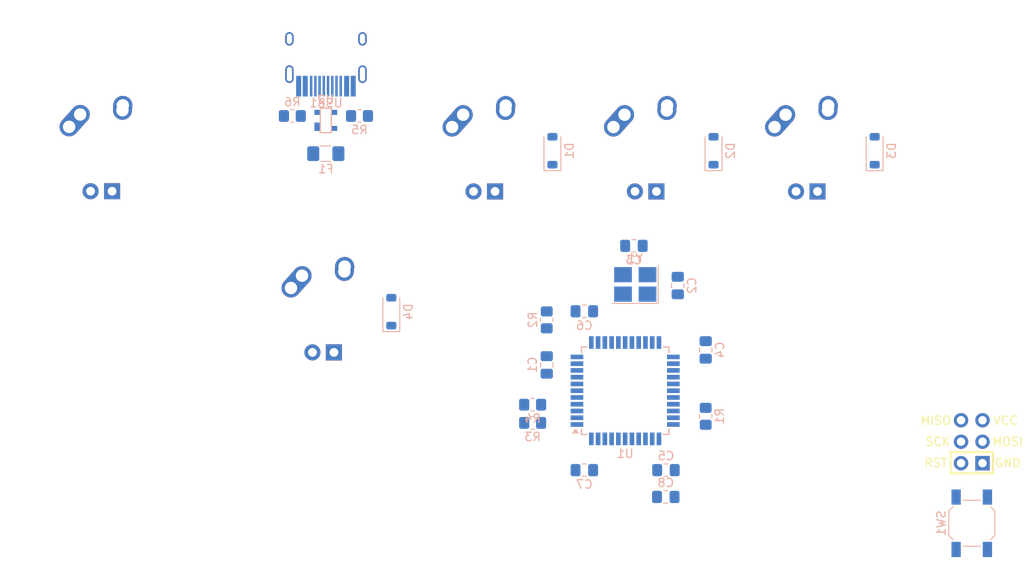
<source format=kicad_pcb>
(kicad_pcb (version 20241229) (generator "pcbnew") (generator_version "9.0")
  (title_block (date "2025-03-22") (rev "0") (company "BitBlitz SAC"))
  (layers (0 "F.Cu" signal) (2 "B.Cu" signal) (13 "F.Paste" user) (15 "B.Paste" user) (5 "F.SilkS" user "F.Silkscreen") (7 "B.SilkS" user "B.Silkscreen") (1 "F.Mask" user) (3 "B.Mask" user) (25 "Edge.Cuts" user))
  (net 0 "")
  (net 1 "Net-(U1-UCAP)")
  (net 2 "GND")
  (net 3 "XTAL1")
  (net 4 "XTAL2")
  (net 5 "+5V")
  (net 6 "Net-(D1-A)")
  (net 7 "ROW0")
  (net 8 "Net-(D2-A)")
  (net 9 "Net-(D3-A)")
  (net 10 "ROW1")
  (net 11 "Net-(D4-A)")
  (net 12 "VCC")
  (net 13 "MOSI")
  (net 14 "RESET")
  (net 15 "MISO")
  (net 16 "SCK")
  (net 17 "COL0")
  (net 18 "COL1")
  (net 19 "COL2")
  (net 24 "Net-(U1-~{HWB}{slash}PE2)")
  (net 25 "Net-(U2-IO2)")
  (net 26 "D-")
  (net 27 "Net-(U2-IO1)")
  (net 28 "D+")
  (net 29 "Net-(USB1-CC2)")
  (net 30 "Net-(USB1-CC1)")
  (footprint "random-keyboard-parts:Reset_Pretty-Mask" (layer "F.Cu") (at 211.891 129.465)
    (property "Reference" "J1")
    (property "Value" "AVR-ISP-6")
    (fp_line (start -2.5 1.25) (end 2.5 1.25) (stroke (width 0.25)) (layer "F.SilkS"))
    (fp_line (start -2.5 3.75) (end -2.5 1.25) (stroke (width 0.25)) (layer "F.SilkS"))
    (fp_line (start 2.5 1.25) (end 2.5 3.75) (stroke (width 0.25)) (layer "F.SilkS"))
    (fp_line (start 2.5 3.75) (end -2.5 3.75) (stroke (width 0.25)) (layer "F.SilkS"))
    (fp_text user "VCC" (at 4 -2.5 0) (layer "F.SilkS"))
    (fp_text user "GND" (at 4.25 2.5 0) (layer "F.SilkS"))
    (fp_text user "MOSI" (at 4.25 0 0) (layer "F.SilkS"))
    (fp_text user "RST" (at -4.25 2.5 0) (layer "F.SilkS"))
    (fp_text user "MISO" (at -4.25 -2.5 0) (layer "F.SilkS"))
    (fp_text user "SCK" (at -4 0 0) (layer "F.SilkS"))
    (pad "1" thru_hole circle (at -1.27 -2.54) (size 1.7 1.7) (drill 1) (layers "*.Cu" "F.Mask") (net 15 "MISO"))
    (pad "2" thru_hole circle (at 1.27 -2.54) (size 1.7 1.7) (drill 1) (layers "*.Cu" "F.Mask") (net 5 "+5V"))
    (pad "3" thru_hole circle (at -1.27 0) (size 1.7 1.7) (drill 1) (layers "*.Cu" "F.Mask") (net 16 "SCK"))
    (pad "4" thru_hole circle (at 1.27 0) (size 1.7 1.7) (drill 1) (layers "*.Cu" "F.Mask") (net 13 "MOSI"))
    (pad "5" thru_hole circle (at -1.27 2.54) (size 1.7 1.7) (drill 1) (layers "*.Cu" "F.Mask") (net 14 "RESET"))
    (pad "6" thru_hole rect (at 1.27 2.54) (size 1.7 1.7) (drill 1) (layers "*.Cu" "F.Mask") (net 2 "GND"))
  )
  (footprint "MX_Alps_Hybrid:MX-1.5U" (layer "F.Cu") (at 135.19975 113.81525)
    (property "Reference" "MX4")
    (property "Value" "MX-NoLED")
    (pad "" np_thru_hole circle (at -5.08 0 48.0996) (size 1.75 1.75) (drill 1.75) (layers "*.Cu" "*.Mask"))
    (pad "" np_thru_hole circle (at 0 0) (size 3.9878 3.9878) (drill 3.9878) (layers "*.Cu" "*.Mask"))
    (pad "" np_thru_hole circle (at 5.08 0 48.0996) (size 1.75 1.75) (drill 1.75) (layers "*.Cu" "*.Mask"))
    (pad "1" thru_hole oval (at -3.81 -2.54 48.0996) (size 4.211556 2.25) (drill 1.47 (offset 0.980778 0)) (layers "*.Cu" "B.Mask") (net 17 "COL0"))
    (pad "1" thru_hole circle (at -2.5 -4) (size 2.25 2.25) (drill 1.47) (layers "*.Cu" "B.Mask") (net 17 "COL0"))
    (pad "2" thru_hole oval (at 2.5 -4.5 86.0548) (size 2.831378 2.25) (drill 1.47 (offset 0.290689 0)) (layers "*.Cu" "B.Mask") (net 11 "Net-(D4-A)"))
    (pad "2" thru_hole circle (at 2.54 -5.08) (size 2.25 2.25) (drill 1.47) (layers "*.Cu" "B.Mask") (net 11 "Net-(D4-A)"))
    (pad "3" thru_hole circle (at -1.27 5.08) (size 1.905 1.905) (drill 1.04) (layers "*.Cu" "B.Mask"))
    (pad "4" thru_hole rect (at 1.27 5.08) (size 1.905 1.905) (drill 1.04) (layers "*.Cu" "B.Mask"))
  )
  (footprint "MX_Alps_Hybrid:MX-1U" (layer "F.Cu") (at 173.3315 94.76525)
    (property "Reference" "MX2")
    (property "Value" "MX-NoLED")
    (pad "" np_thru_hole circle (at -5.08 0 48.0996) (size 1.75 1.75) (drill 1.75) (layers "*.Cu" "*.Mask"))
    (pad "" np_thru_hole circle (at 0 0) (size 3.9878 3.9878) (drill 3.9878) (layers "*.Cu" "*.Mask"))
    (pad "" np_thru_hole circle (at 5.08 0 48.0996) (size 1.75 1.75) (drill 1.75) (layers "*.Cu" "*.Mask"))
    (pad "1" thru_hole oval (at -3.81 -2.54 48.0996) (size 4.211556 2.25) (drill 1.47 (offset 0.980778 0)) (layers "*.Cu" "B.Mask") (net 18 "COL1"))
    (pad "1" thru_hole circle (at -2.5 -4) (size 2.25 2.25) (drill 1.47) (layers "*.Cu" "B.Mask") (net 18 "COL1"))
    (pad "2" thru_hole oval (at 2.5 -4.5 86.0548) (size 2.831378 2.25) (drill 1.47 (offset 0.290689 0)) (layers "*.Cu" "B.Mask") (net 8 "Net-(D2-A)"))
    (pad "2" thru_hole circle (at 2.54 -5.08) (size 2.25 2.25) (drill 1.47) (layers "*.Cu" "B.Mask") (net 8 "Net-(D2-A)"))
    (pad "3" thru_hole circle (at -1.27 5.08) (size 1.905 1.905) (drill 1.04) (layers "*.Cu" "B.Mask"))
    (pad "4" thru_hole rect (at 1.27 5.08) (size 1.905 1.905) (drill 1.04) (layers "*.Cu" "B.Mask"))
  )
  (footprint "MX_Alps_Hybrid:MX-1.25U" (layer "F.Cu") (at 108.966 94.742)
    (property "Reference" "MX5")
    (property "Value" "MX-NoLED")
    (pad "" np_thru_hole circle (at -5.08 0 48.0996) (size 1.75 1.75) (drill 1.75) (layers "*.Cu" "*.Mask"))
    (pad "" np_thru_hole circle (at 0 0) (size 3.9878 3.9878) (drill 3.9878) (layers "*.Cu" "*.Mask"))
    (pad "" np_thru_hole circle (at 5.08 0 48.0996) (size 1.75 1.75) (drill 1.75) (layers "*.Cu" "*.Mask"))
    (pad "1" thru_hole oval (at -3.81 -2.54 48.0996) (size 4.211556 2.25) (drill 1.47 (offset 0.980778 0)) (layers "*.Cu" "B.Mask"))
    (pad "1" thru_hole circle (at -2.5 -4) (size 2.25 2.25) (drill 1.47) (layers "*.Cu" "B.Mask"))
    (pad "2" thru_hole oval (at 2.5 -4.5 86.0548) (size 2.831378 2.25) (drill 1.47 (offset 0.290689 0)) (layers "*.Cu" "B.Mask"))
    (pad "2" thru_hole circle (at 2.54 -5.08) (size 2.25 2.25) (drill 1.47) (layers "*.Cu" "B.Mask"))
    (pad "3" thru_hole circle (at -1.27 5.08) (size 1.905 1.905) (drill 1.04) (layers "*.Cu" "B.Mask"))
    (pad "4" thru_hole rect (at 1.27 5.08) (size 1.905 1.905) (drill 1.04) (layers "*.Cu" "B.Mask"))
  )
  (footprint "MX_Alps_Hybrid:MX-1U" (layer "F.Cu") (at 154.24975 94.76525)
    (property "Reference" "MX1")
    (property "Value" "MX-NoLED")
    (pad "" np_thru_hole circle (at -5.08 0 48.0996) (size 1.75 1.75) (drill 1.75) (layers "*.Cu" "*.Mask"))
    (pad "" np_thru_hole circle (at 0 0) (size 3.9878 3.9878) (drill 3.9878) (layers "*.Cu" "*.Mask"))
    (pad "" np_thru_hole circle (at 5.08 0 48.0996) (size 1.75 1.75) (drill 1.75) (layers "*.Cu" "*.Mask"))
    (pad "1" thru_hole oval (at -3.81 -2.54 48.0996) (size 4.211556 2.25) (drill 1.47 (offset 0.980778 0)) (layers "*.Cu" "B.Mask") (net 17 "COL0"))
    (pad "1" thru_hole circle (at -2.5 -4) (size 2.25 2.25) (drill 1.47) (layers "*.Cu" "B.Mask") (net 17 "COL0"))
    (pad "2" thru_hole oval (at 2.5 -4.5 86.0548) (size 2.831378 2.25) (drill 1.47 (offset 0.290689 0)) (layers "*.Cu" "B.Mask") (net 6 "Net-(D1-A)"))
    (pad "2" thru_hole circle (at 2.54 -5.08) (size 2.25 2.25) (drill 1.47) (layers "*.Cu" "B.Mask") (net 6 "Net-(D1-A)"))
    (pad "3" thru_hole circle (at -1.27 5.08) (size 1.905 1.905) (drill 1.04) (layers "*.Cu" "B.Mask"))
    (pad "4" thru_hole rect (at 1.27 5.08) (size 1.905 1.905) (drill 1.04) (layers "*.Cu" "B.Mask"))
  )
  (footprint "MX_Alps_Hybrid:MX-1U" (layer "F.Cu") (at 192.3815 94.76525)
    (property "Reference" "MX3")
    (property "Value" "MX-NoLED")
    (pad "" np_thru_hole circle (at -5.08 0 48.0996) (size 1.75 1.75) (drill 1.75) (layers "*.Cu" "*.Mask"))
    (pad "" np_thru_hole circle (at 0 0) (size 3.9878 3.9878) (drill 3.9878) (layers "*.Cu" "*.Mask"))
    (pad "" np_thru_hole circle (at 5.08 0 48.0996) (size 1.75 1.75) (drill 1.75) (layers "*.Cu" "*.Mask"))
    (pad "1" thru_hole oval (at -3.81 -2.54 48.0996) (size 4.211556 2.25) (drill 1.47 (offset 0.980778 0)) (layers "*.Cu" "B.Mask") (net 19 "COL2"))
    (pad "1" thru_hole circle (at -2.5 -4) (size 2.25 2.25) (drill 1.47) (layers "*.Cu" "B.Mask") (net 19 "COL2"))
    (pad "2" thru_hole oval (at 2.5 -4.5 86.0548) (size 2.831378 2.25) (drill 1.47 (offset 0.290689 0)) (layers "*.Cu" "B.Mask") (net 9 "Net-(D3-A)"))
    (pad "2" thru_hole circle (at 2.54 -5.08) (size 2.25 2.25) (drill 1.47) (layers "*.Cu" "B.Mask") (net 9 "Net-(D3-A)"))
    (pad "3" thru_hole circle (at -1.27 5.08) (size 1.905 1.905) (drill 1.04) (layers "*.Cu" "B.Mask"))
    (pad "4" thru_hole rect (at 1.27 5.08) (size 1.905 1.905) (drill 1.04) (layers "*.Cu" "B.Mask"))
  )
  (footprint "Diode_SMD:D_SOD-123" (layer "B.Cu") (at 143.256 114.07775 90)
    (property "Reference" "D4" (at 0 2 90) (layer "B.SilkS") (effects (justify mirror)))
    (property "Value" "D_Small")
    (fp_line (start -2.36 -1) (end 1.65 -1) (stroke (width 0.12)) (layer "B.SilkS"))
    (fp_line (start -2.36 1) (end -2.36 -1) (stroke (width 0.12)) (layer "B.SilkS"))
    (fp_line (start -2.36 1) (end 1.65 1) (stroke (width 0.12)) (layer "B.SilkS"))
    (pad "1" smd roundrect (at -1.65 0 90) (size 0.9 1.2) (layers "B.Cu" "B.Mask" "B.Paste") (net 10 "ROW1"))
    (pad "2" smd roundrect (at 1.65 0 90) (size 0.9 1.2) (layers "B.Cu" "B.Mask" "B.Paste") (net 11 "Net-(D4-A)"))
  )
  (footprint "Resistor_SMD:R_0805_2012Metric_Pad1.20x1.40mm_HandSolder" (layer "B.Cu") (at 161.633 115.047 -90)
    (property "Reference" "R2" (at 0 1.65 90) (layer "B.SilkS") (effects (justify mirror)))
    (property "Value" "10k")
    (fp_line (start -0.227064 0.735) (end 0.227064 0.735) (stroke (width 0.12)) (layer "B.SilkS"))
    (fp_line (start -0.227064 -0.735) (end 0.227064 -0.735) (stroke (width 0.12)) (layer "B.SilkS"))
    (pad "1" smd roundrect (at -1 0 270) (size 1.2 1.4) (layers "B.Cu" "B.Mask" "B.Paste") (roundrect_rratio 0.208333) (net 5 "+5V"))
    (pad "2" smd roundrect (at 1 0 270) (size 1.2 1.4) (layers "B.Cu" "B.Mask" "B.Paste") (roundrect_rratio 0.208333) (net 14 "RESET"))
  )
  (footprint "Button_Switch_SMD:SW_SPST_SKQG_WithStem" (layer "B.Cu") (at 211.891 139.117 -90)
    (property "Reference" "SW1" (at 0 3.6 90) (layer "B.SilkS") (effects (justify mirror)))
    (property "Value" "SW_Push_Dual")
    (fp_line (start -1.45 2.72) (end 1.45 2.72) (stroke (width 0.12)) (layer "B.SilkS"))
    (fp_line (start -1.45 2.72) (end -1.94 2.23) (stroke (width 0.12)) (layer "B.SilkS"))
    (fp_line (start 1.45 2.72) (end 1.94 2.23) (stroke (width 0.12)) (layer "B.SilkS"))
    (fp_line (start -2.72 -1.04) (end -2.72 1.04) (stroke (width 0.12)) (layer "B.SilkS"))
    (fp_line (start 2.72 -1.04) (end 2.72 1.04) (stroke (width 0.12)) (layer "B.SilkS"))
    (fp_line (start -1.45 -2.72) (end -1.94 -2.23) (stroke (width 0.12)) (layer "B.SilkS"))
    (fp_line (start -1.45 -2.72) (end 1.45 -2.72) (stroke (width 0.12)) (layer "B.SilkS"))
    (fp_line (start 1.45 -2.72) (end 1.94 -2.23) (stroke (width 0.12)) (layer "B.SilkS"))
    (pad "1" smd rect (at -3.1 1.85 270) (size 1.8 1.1) (layers "B.Cu" "B.Mask" "B.Paste") (net 14 "RESET"))
    (pad "1" smd rect (at 3.1 1.85 270) (size 1.8 1.1) (layers "B.Cu" "B.Mask" "B.Paste") (net 14 "RESET"))
    (pad "2" smd rect (at -3.1 -1.85 270) (size 1.8 1.1) (layers "B.Cu" "B.Mask" "B.Paste") (net 2 "GND"))
    (pad "2" smd rect (at 3.1 -1.85 270) (size 1.8 1.1) (layers "B.Cu" "B.Mask" "B.Paste") (net 2 "GND"))
  )
  (footprint "Type-C:HRO-TYPE-C-31-M-12-HandSoldering" (layer "B.Cu") (at 135.525 79.188)
    (property "Reference" "USB1" (at 0 10.2 0) (layer "B.SilkS") (effects (justify mirror)))
    (property "Value" "HRO-TYPE-C-31-M-12")
    (pad "" np_thru_hole circle (at -2.89 6.25) (size 0.65 0.65) (drill 0.65) (layers "*.Cu" "*.Mask"))
    (pad "" np_thru_hole circle (at 2.89 6.25) (size 0.65 0.65) (drill 0.65) (layers "*.Cu" "*.Mask"))
    (pad "1" smd rect (at -3.225 8.195) (size 0.6 2.45) (layers "B.Cu" "B.Mask" "B.Paste") (net 2 "GND"))
    (pad "2" smd rect (at -2.45 8.195) (size 0.6 2.45) (layers "B.Cu" "B.Mask" "B.Paste") (net 12 "VCC"))
    (pad "3" smd rect (at -1.75 8.195) (size 0.3 2.45) (layers "B.Cu" "B.Mask" "B.Paste"))
    (pad "4" smd rect (at -1.25 8.195) (size 0.3 2.45) (layers "B.Cu" "B.Mask" "B.Paste") (net 30 "Net-(USB1-CC1)"))
    (pad "5" smd rect (at -0.75 8.195) (size 0.3 2.45) (layers "B.Cu" "B.Mask" "B.Paste") (net 25 "Net-(U2-IO2)"))
    (pad "6" smd rect (at -0.25 8.195) (size 0.3 2.45) (layers "B.Cu" "B.Mask" "B.Paste") (net 27 "Net-(U2-IO1)"))
    (pad "7" smd rect (at 0.25 8.195) (size 0.3 2.45) (layers "B.Cu" "B.Mask" "B.Paste") (net 25 "Net-(U2-IO2)"))
    (pad "8" smd rect (at 0.75 8.195) (size 0.3 2.45) (layers "B.Cu" "B.Mask" "B.Paste") (net 27 "Net-(U2-IO1)"))
    (pad "9" smd rect (at 1.25 8.195) (size 0.3 2.45) (layers "B.Cu" "B.Mask" "B.Paste"))
    (pad "10" smd rect (at 1.75 8.195) (size 0.3 2.45) (layers "B.Cu" "B.Mask" "B.Paste") (net 29 "Net-(USB1-CC2)"))
    (pad "11" smd rect (at 2.45 8.195) (size 0.6 2.45) (layers "B.Cu" "B.Mask" "B.Paste") (net 12 "VCC"))
    (pad "12" smd rect (at 3.225 8.195) (size 0.6 2.45) (layers "B.Cu" "B.Mask" "B.Paste") (net 2 "GND"))
    (pad "13" thru_hole oval (at -4.32 2.6) (size 1 1.6) (drill oval 0.6 1.2) (layers "*.Cu" "F.Mask") (net 2 "GND"))
    (pad "13" thru_hole oval (at -4.32 6.78) (size 1 2.1) (drill oval 0.6 1.7) (layers "*.Cu" "F.Mask") (net 2 "GND"))
    (pad "13" thru_hole oval (at 4.32 2.6) (size 1 1.6) (drill oval 0.6 1.2) (layers "*.Cu" "F.Mask") (net 2 "GND"))
    (pad "13" thru_hole oval (at 4.32 6.78) (size 1 2.1) (drill oval 0.6 1.7) (layers "*.Cu" "F.Mask") (net 2 "GND"))
  )
  (footprint "Resistor_SMD:R_0805_2012Metric_Pad1.20x1.40mm_HandSolder" (layer "B.Cu") (at 131.55625 90.91675 180)
    (property "Reference" "R6" (at 0 1.65 0) (layer "B.SilkS") (effects (justify mirror)))
    (property "Value" "5.1k")
    (fp_line (start -0.227064 0.735) (end 0.227064 0.735) (stroke (width 0.12)) (layer "B.SilkS"))
    (fp_line (start -0.227064 -0.735) (end 0.227064 -0.735) (stroke (width 0.12)) (layer "B.SilkS"))
    (pad "1" smd roundrect (at -1 0 180) (size 1.2 1.4) (layers "B.Cu" "B.Mask" "B.Paste") (roundrect_rratio 0.208333) (net 30 "Net-(USB1-CC1)"))
    (pad "2" smd roundrect (at 1 0 180) (size 1.2 1.4) (layers "B.Cu" "B.Mask" "B.Paste") (roundrect_rratio 0.208333) (net 2 "GND"))
  )
  (footprint "Fuse:Fuse_1206_3216Metric_Pad1.42x1.75mm_HandSolder" (layer "B.Cu") (at 135.509 95.377)
    (property "Reference" "F1" (at 0 1.82 0) (layer "B.SilkS") (effects (justify mirror)))
    (property "Value" "500mA")
    (fp_line (start -0.602064 -0.91) (end 0.602064 -0.91) (stroke (width 0.12)) (layer "B.SilkS"))
    (fp_line (start -0.602064 0.91) (end 0.602064 0.91) (stroke (width 0.12)) (layer "B.SilkS"))
    (pad "1" smd roundrect (at -1.4875 0) (size 1.425 1.75) (layers "B.Cu" "B.Mask" "B.Paste") (roundrect_rratio 0.175439) (net 12 "VCC"))
    (pad "2" smd roundrect (at 1.4875 0) (size 1.425 1.75) (layers "B.Cu" "B.Mask" "B.Paste") (roundrect_rratio 0.175439) (net 5 "+5V"))
  )
  (footprint "Capacitor_SMD:C_0805_2012Metric_Pad1.18x1.45mm_HandSolder" (layer "B.Cu") (at 175.7085 136.002 180)
    (property "Reference" "C8" (at 0 1.68 0) (layer "B.SilkS") (effects (justify mirror)))
    (property "Value" "10uF")
    (fp_line (start -0.261252 0.735) (end 0.261252 0.735) (stroke (width 0.12)) (layer "B.SilkS"))
    (fp_line (start -0.261252 -0.735) (end 0.261252 -0.735) (stroke (width 0.12)) (layer "B.SilkS"))
    (pad "1" smd roundrect (at -1.0375 0 180) (size 1.175 1.45) (layers "B.Cu" "B.Mask" "B.Paste") (roundrect_rratio 0.212766) (net 5 "+5V"))
    (pad "2" smd roundrect (at 1.0375 0 180) (size 1.175 1.45) (layers "B.Cu" "B.Mask" "B.Paste") (roundrect_rratio 0.212766) (net 2 "GND"))
  )
  (footprint "Capacitor_SMD:C_0805_2012Metric_Pad1.18x1.45mm_HandSolder" (layer "B.Cu") (at 166.078 132.827)
    (property "Reference" "C7" (at 0 1.68 0) (layer "B.SilkS") (effects (justify mirror)))
    (property "Value" "0.1uF")
    (fp_line (start -0.261252 -0.735) (end 0.261252 -0.735) (stroke (width 0.12)) (layer "B.SilkS"))
    (fp_line (start -0.261252 0.735) (end 0.261252 0.735) (stroke (width 0.12)) (layer "B.SilkS"))
    (pad "1" smd roundrect (at -1.0375 0) (size 1.175 1.45) (layers "B.Cu" "B.Mask" "B.Paste") (roundrect_rratio 0.212766) (net 5 "+5V"))
    (pad "2" smd roundrect (at 1.0375 0) (size 1.175 1.45) (layers "B.Cu" "B.Mask" "B.Paste") (roundrect_rratio 0.212766) (net 2 "GND"))
  )
  (footprint "Package_QFP:TQFP-44_10x10mm_P0.8mm" (layer "B.Cu") (at 170.904 123.429)
    (property "Reference" "U1" (at 0 7.450001 0) (layer "B.SilkS") (effects (justify mirror)))
    (property "Value" "ATmega32U4-A")
    (fp_line (start -5.175 -5.175) (end -5.175 -4.5) (stroke (width 0.15)) (layer "B.SilkS"))
    (fp_line (start -5.175 -5.175) (end -4.5 -5.175) (stroke (width 0.15)) (layer "B.SilkS"))
    (fp_line (start -5.175 5.175) (end -5.175001 4.56) (stroke (width 0.15)) (layer "B.SilkS"))
    (fp_line (start -5.175 5.175) (end -4.5 5.175) (stroke (width 0.15)) (layer "B.SilkS"))
    (fp_line (start 5.175 -5.175) (end 4.5 -5.175) (stroke (width 0.15)) (layer "B.SilkS"))
    (fp_line (start 5.175 -5.175) (end 5.175 -4.5) (stroke (width 0.15)) (layer "B.SilkS"))
    (fp_line (start 5.175 5.175) (end 4.5 5.175) (stroke (width 0.15)) (layer "B.SilkS"))
    (fp_line (start 5.175 5.175) (end 5.175 4.5) (stroke (width 0.15)) (layer "B.SilkS"))
    (fp_poly (pts (xy -5.86 4.54) (xy -6.2 5.01) (xy -5.519999 5.01) (xy -5.86 4.54)) (stroke (width 0.12)) (fill yes) (layer "B.SilkS"))
    (pad "1" smd rect (at -5.7 4) (size 1.5 0.55) (layers "B.Cu" "B.Mask" "B.Paste"))
    (pad "2" smd rect (at -5.7 3.2) (size 1.5 0.55) (layers "B.Cu" "B.Mask" "B.Paste") (net 5 "+5V"))
    (pad "3" smd rect (at -5.7 2.4) (size 1.5 0.55) (layers "B.Cu" "B.Mask" "B.Paste") (net 26 "D-"))
    (pad "4" smd rect (at -5.7 1.6) (size 1.5 0.55) (layers "B.Cu" "B.Mask" "B.Paste") (net 28 "D+"))
    (pad "5" smd rect (at -5.7 0.8) (size 1.5 0.55) (layers "B.Cu" "B.Mask" "B.Paste") (net 2 "GND"))
    (pad "6" smd rect (at -5.7 0) (size 1.5 0.55) (layers "B.Cu" "B.Mask" "B.Paste") (net 1 "Net-(U1-UCAP)"))
    (pad "7" smd rect (at -5.7 -0.8) (size 1.5 0.55) (layers "B.Cu" "B.Mask" "B.Paste") (net 5 "+5V"))
    (pad "8" smd rect (at -5.7 -1.6) (size 1.5 0.55) (layers "B.Cu" "B.Mask" "B.Paste"))
    (pad "9" smd rect (at -5.7 -2.4) (size 1.5 0.55) (layers "B.Cu" "B.Mask" "B.Paste") (net 16 "SCK"))
    (pad "10" smd rect (at -5.7 -3.2) (size 1.5 0.55) (layers "B.Cu" "B.Mask" "B.Paste") (net 13 "MOSI"))
    (pad "11" smd rect (at -5.7 -4) (size 1.5 0.55) (layers "B.Cu" "B.Mask" "B.Paste") (net 15 "MISO"))
    (pad "12" smd rect (at -4 -5.7 270) (size 1.5 0.55) (layers "B.Cu" "B.Mask" "B.Paste"))
    (pad "13" smd rect (at -3.2 -5.7 270) (size 1.5 0.55) (layers "B.Cu" "B.Mask" "B.Paste") (net 14 "RESET"))
    (pad "14" smd rect (at -2.4 -5.7 270) (size 1.5 0.55) (layers "B.Cu" "B.Mask" "B.Paste") (net 5 "+5V"))
    (pad "15" smd rect (at -1.6 -5.7 270) (size 1.5 0.55) (layers "B.Cu" "B.Mask" "B.Paste") (net 2 "GND"))
    (pad "16" smd rect (at -0.8 -5.7 270) (size 1.5 0.55) (layers "B.Cu" "B.Mask" "B.Paste") (net 4 "XTAL2"))
    (pad "17" smd rect (at 0 -5.7 270) (size 1.5 0.55) (layers "B.Cu" "B.Mask" "B.Paste") (net 3 "XTAL1"))
    (pad "18" smd rect (at 0.8 -5.7 270) (size 1.5 0.55) (layers "B.Cu" "B.Mask" "B.Paste"))
    (pad "19" smd rect (at 1.6 -5.7 270) (size 1.5 0.55) (layers "B.Cu" "B.Mask" "B.Paste"))
    (pad "20" smd rect (at 2.4 -5.7 270) (size 1.5 0.55) (layers "B.Cu" "B.Mask" "B.Paste"))
    (pad "21" smd rect (at 3.2 -5.7 270) (size 1.5 0.55) (layers "B.Cu" "B.Mask" "B.Paste"))
    (pad "22" smd rect (at 4 -5.7 270) (size 1.5 0.55) (layers "B.Cu" "B.Mask" "B.Paste"))
    (pad "23" smd rect (at 5.7 -4) (size 1.5 0.55) (layers "B.Cu" "B.Mask" "B.Paste") (net 2 "GND"))
    (pad "24" smd rect (at 5.7 -3.2) (size 1.5 0.55) (layers "B.Cu" "B.Mask" "B.Paste") (net 5 "+5V"))
    (pad "25" smd rect (at 5.7 -2.4) (size 1.5 0.55) (layers "B.Cu" "B.Mask" "B.Paste"))
    (pad "26" smd rect (at 5.7 -1.6) (size 1.5 0.55) (layers "B.Cu" "B.Mask" "B.Paste"))
    (pad "27" smd rect (at 5.7 -0.8) (size 1.5 0.55) (layers "B.Cu" "B.Mask" "B.Paste"))
    (pad "28" smd rect (at 5.7 0) (size 1.5 0.55) (layers "B.Cu" "B.Mask" "B.Paste") (net 17 "COL0"))
    (pad "29" smd rect (at 5.7 0.8) (size 1.5 0.55) (layers "B.Cu" "B.Mask" "B.Paste") (net 18 "COL1"))
    (pad "30" smd rect (at 5.7 1.6) (size 1.5 0.55) (layers "B.Cu" "B.Mask" "B.Paste") (net 19 "COL2"))
    (pad "31" smd rect (at 5.7 2.4) (size 1.5 0.55) (layers "B.Cu" "B.Mask" "B.Paste") (net 7 "ROW0"))
    (pad "32" smd rect (at 5.7 3.2) (size 1.5 0.55) (layers "B.Cu" "B.Mask" "B.Paste") (net 10 "ROW1"))
    (pad "33" smd rect (at 5.7 4) (size 1.5 0.55) (layers "B.Cu" "B.Mask" "B.Paste") (net 24 "Net-(U1-~{HWB}{slash}PE2)"))
    (pad "34" smd rect (at 4 5.7 270) (size 1.5 0.55) (layers "B.Cu" "B.Mask" "B.Paste") (net 5 "+5V"))
    (pad "35" smd rect (at 3.2 5.7 270) (size 1.5 0.55) (layers "B.Cu" "B.Mask" "B.Paste") (net 2 "GND"))
    (pad "36" smd rect (at 2.4 5.7 270) (size 1.5 0.55) (layers "B.Cu" "B.Mask" "B.Paste"))
    (pad "37" smd rect (at 1.6 5.7 270) (size 1.5 0.55) (layers "B.Cu" "B.Mask" "B.Paste"))
    (pad "38" smd rect (at 0.8 5.7 270) (size 1.5 0.55) (layers "B.Cu" "B.Mask" "B.Paste"))
    (pad "39" smd rect (at 0 5.7 270) (size 1.5 0.55) (layers "B.Cu" "B.Mask" "B.Paste"))
    (pad "40" smd rect (at -0.8 5.7 270) (size 1.5 0.55) (layers "B.Cu" "B.Mask" "B.Paste"))
    (pad "41" smd rect (at -1.6 5.7 270) (size 1.5 0.55) (layers "B.Cu" "B.Mask" "B.Paste"))
    (pad "42" smd rect (at -2.4 5.7 270) (size 1.5 0.55) (layers "B.Cu" "B.Mask" "B.Paste"))
    (pad "43" smd rect (at -3.2 5.7 270) (size 1.5 0.55) (layers "B.Cu" "B.Mask" "B.Paste") (net 2 "GND"))
    (pad "44" smd rect (at -4 5.7 270) (size 1.5 0.55) (layers "B.Cu" "B.Mask" "B.Paste") (net 5 "+5V"))
  )
  (footprint "random-keyboard-parts:SOT143B" (layer "B.Cu") (at 135.509 91.44)
    (property "Reference" "U2" (at 0 -2.45 0) (layer "B.SilkS") (effects (justify mirror)))
    (property "Value" "PRTR5V0U2X")
    (fp_line (start -0.65 -1.45) (end 0.65 -1.45) (stroke (width 0.15)) (layer "B.SilkS"))
    (fp_line (start -0.65 1.45) (end -0.65 -1.45) (stroke (width 0.15)) (layer "B.SilkS"))
    (fp_line (start 0.65 1.45) (end -0.65 1.45) (stroke (width 0.15)) (layer "B.SilkS"))
    (fp_line (start 0.65 1.45) (end 0.65 -1.45) (stroke (width 0.15)) (layer "B.SilkS"))
    (pad "1" smd rect (at -1 0.75 90) (size 1 0.7) (layers "B.Cu" "B.Mask" "B.Paste") (net 2 "GND"))
    (pad "2" smd rect (at -1 -0.95 90) (size 0.6 0.7) (layers "B.Cu" "B.Mask" "B.Paste") (net 27 "Net-(U2-IO1)"))
    (pad "3" smd rect (at 1 -0.95 90) (size 0.6 0.7) (layers "B.Cu" "B.Mask" "B.Paste") (net 25 "Net-(U2-IO2)"))
    (pad "4" smd rect (at 1 0.95 90) (size 0.6 0.7) (layers "B.Cu" "B.Mask" "B.Paste") (net 12 "VCC"))
  )
  (footprint "Resistor_SMD:R_0805_2012Metric_Pad1.20x1.40mm_HandSolder" (layer "B.Cu") (at 159.966 127.239)
    (property "Reference" "R3" (at 0 1.65 0) (layer "B.SilkS") (effects (justify mirror)))
    (property "Value" "22")
    (fp_line (start -0.227064 -0.735) (end 0.227064 -0.735) (stroke (width 0.12)) (layer "B.SilkS"))
    (fp_line (start -0.227064 0.735) (end 0.227064 0.735) (stroke (width 0.12)) (layer "B.SilkS"))
    (pad "1" smd roundrect (at -1 0) (size 1.2 1.4) (layers "B.Cu" "B.Mask" "B.Paste") (roundrect_rratio 0.208333) (net 25 "Net-(U2-IO2)"))
    (pad "2" smd roundrect (at 1 0) (size 1.2 1.4) (layers "B.Cu" "B.Mask" "B.Paste") (roundrect_rratio 0.208333) (net 26 "D-"))
  )
  (footprint "Capacitor_SMD:C_0805_2012Metric_Pad1.18x1.45mm_HandSolder" (layer "B.Cu") (at 175.73 132.827 180)
    (property "Reference" "C5" (at 0 1.68 0) (layer "B.SilkS") (effects (justify mirror)))
    (property "Value" "0.1uF")
    (fp_line (start -0.261252 0.735) (end 0.261252 0.735) (stroke (width 0.12)) (layer "B.SilkS"))
    (fp_line (start -0.261252 -0.735) (end 0.261252 -0.735) (stroke (width 0.12)) (layer "B.SilkS"))
    (pad "1" smd roundrect (at -1.0375 0 180) (size 1.175 1.45) (layers "B.Cu" "B.Mask" "B.Paste") (roundrect_rratio 0.212766) (net 5 "+5V"))
    (pad "2" smd roundrect (at 1.0375 0 180) (size 1.175 1.45) (layers "B.Cu" "B.Mask" "B.Paste") (roundrect_rratio 0.212766) (net 2 "GND"))
  )
  (footprint "Resistor_SMD:R_0805_2012Metric_Pad1.20x1.40mm_HandSolder" (layer "B.Cu") (at 180.429 126.461 90)
    (property "Reference" "R1" (at 0 1.65 90) (layer "B.SilkS") (effects (justify mirror)))
    (property "Value" "10k")
    (fp_line (start -0.227064 -0.735) (end 0.227064 -0.735) (stroke (width 0.12)) (layer "B.SilkS"))
    (fp_line (start -0.227064 0.735) (end 0.227064 0.735) (stroke (width 0.12)) (layer "B.SilkS"))
    (pad "1" smd roundrect (at -1 0 90) (size 1.2 1.4) (layers "B.Cu" "B.Mask" "B.Paste") (roundrect_rratio 0.208333) (net 24 "Net-(U1-~{HWB}{slash}PE2)"))
    (pad "2" smd roundrect (at 1 0 90) (size 1.2 1.4) (layers "B.Cu" "B.Mask" "B.Paste") (roundrect_rratio 0.208333) (net 2 "GND"))
  )
  (footprint "Resistor_SMD:R_0805_2012Metric_Pad1.20x1.40mm_HandSolder" (layer "B.Cu") (at 159.966 125.08)
    (property "Reference" "R4" (at 0 1.65 0) (layer "B.SilkS") (effects (justify mirror)))
    (property "Value" "22")
    (fp_line (start -0.227064 -0.735) (end 0.227064 -0.735) (stroke (width 0.12)) (layer "B.SilkS"))
    (fp_line (start -0.227064 0.735) (end 0.227064 0.735) (stroke (width 0.12)) (layer "B.SilkS"))
    (pad "1" smd roundrect (at -1 0) (size 1.2 1.4) (layers "B.Cu" "B.Mask" "B.Paste") (roundrect_rratio 0.208333) (net 27 "Net-(U2-IO1)"))
    (pad "2" smd roundrect (at 1 0) (size 1.2 1.4) (layers "B.Cu" "B.Mask" "B.Paste") (roundrect_rratio 0.208333) (net 28 "D+"))
  )
  (footprint "Capacitor_SMD:C_0805_2012Metric_Pad1.18x1.45mm_HandSolder" (layer "B.Cu") (at 171.9415 106.284)
    (property "Reference" "C3" (at 0 1.68 0) (layer "B.SilkS") (effects (justify mirror)))
    (property "Value" "22pF")
    (fp_line (start -0.261252 -0.735) (end 0.261252 -0.735) (stroke (width 0.12)) (layer "B.SilkS"))
    (fp_line (start -0.261252 0.735) (end 0.261252 0.735) (stroke (width 0.12)) (layer "B.SilkS"))
    (pad "1" smd roundrect (at -1.0375 0) (size 1.175 1.45) (layers "B.Cu" "B.Mask" "B.Paste") (roundrect_rratio 0.212766) (net 4 "XTAL2"))
    (pad "2" smd roundrect (at 1.0375 0) (size 1.175 1.45) (layers "B.Cu" "B.Mask" "B.Paste") (roundrect_rratio 0.212766) (net 2 "GND"))
  )
  (footprint "Capacitor_SMD:C_0805_2012Metric_Pad1.18x1.45mm_HandSolder" (layer "B.Cu") (at 180.429 118.603 90)
    (property "Reference" "C4" (at 0 1.68 90) (layer "B.SilkS") (effects (justify mirror)))
    (property "Value" "0.1uF")
    (fp_line (start -0.261252 -0.735) (end 0.261252 -0.735) (stroke (width 0.12)) (layer "B.SilkS"))
    (fp_line (start -0.261252 0.735) (end 0.261252 0.735) (stroke (width 0.12)) (layer "B.SilkS"))
    (pad "1" smd roundrect (at -1.0375 0 90) (size 1.175 1.45) (layers "B.Cu" "B.Mask" "B.Paste") (roundrect_rratio 0.212766) (net 5 "+5V"))
    (pad "2" smd roundrect (at 1.0375 0 90) (size 1.175 1.45) (layers "B.Cu" "B.Mask" "B.Paste") (roundrect_rratio 0.212766) (net 2 "GND"))
  )
  (footprint "Capacitor_SMD:C_0805_2012Metric_Pad1.18x1.45mm_HandSolder" (layer "B.Cu") (at 161.633 120.381 -90)
    (property "Reference" "C1" (at 0 1.68 90) (layer "B.SilkS") (effects (justify mirror)))
    (property "Value" "1uF")
    (fp_line (start -0.261252 0.735) (end 0.261252 0.735) (stroke (width 0.12)) (layer "B.SilkS"))
    (fp_line (start -0.261252 -0.735) (end 0.261252 -0.735) (stroke (width 0.12)) (layer "B.SilkS"))
    (pad "1" smd roundrect (at -1.0375 0 270) (size 1.175 1.45) (layers "B.Cu" "B.Mask" "B.Paste") (roundrect_rratio 0.212766) (net 1 "Net-(U1-UCAP)"))
    (pad "2" smd roundrect (at 1.0375 0 270) (size 1.175 1.45) (layers "B.Cu" "B.Mask" "B.Paste") (roundrect_rratio 0.212766) (net 2 "GND"))
  )
  (footprint "Diode_SMD:D_SOD-123" (layer "B.Cu") (at 200.406 95.02775 90)
    (property "Reference" "D3" (at 0 2 90) (layer "B.SilkS") (effects (justify mirror)))
    (property "Value" "D_Small")
    (fp_line (start -2.36 -1) (end 1.65 -1) (stroke (width 0.12)) (layer "B.SilkS"))
    (fp_line (start -2.36 1) (end -2.36 -1) (stroke (width 0.12)) (layer "B.SilkS"))
    (fp_line (start -2.36 1) (end 1.65 1) (stroke (width 0.12)) (layer "B.SilkS"))
    (pad "1" smd roundrect (at -1.65 0 90) (size 0.9 1.2) (layers "B.Cu" "B.Mask" "B.Paste") (net 7 "ROW0"))
    (pad "2" smd roundrect (at 1.65 0 90) (size 0.9 1.2) (layers "B.Cu" "B.Mask" "B.Paste") (net 9 "Net-(D3-A)"))
  )
  (footprint "Diode_SMD:D_SOD-123" (layer "B.Cu") (at 181.356 95.02775 90)
    (property "Reference" "D2" (at 0 2 90) (layer "B.SilkS") (effects (justify mirror)))
    (property "Value" "D_Small")
    (fp_line (start -2.36 -1) (end 1.65 -1) (stroke (width 0.12)) (layer "B.SilkS"))
    (fp_line (start -2.36 1) (end -2.36 -1) (stroke (width 0.12)) (layer "B.SilkS"))
    (fp_line (start -2.36 1) (end 1.65 1) (stroke (width 0.12)) (layer "B.SilkS"))
    (pad "1" smd roundrect (at -1.65 0 90) (size 0.9 1.2) (layers "B.Cu" "B.Mask" "B.Paste") (net 7 "ROW0"))
    (pad "2" smd roundrect (at 1.65 0 90) (size 0.9 1.2) (layers "B.Cu" "B.Mask" "B.Paste") (net 8 "Net-(D2-A)"))
  )
  (footprint "Resistor_SMD:R_0805_2012Metric_Pad1.20x1.40mm_HandSolder" (layer "B.Cu") (at 139.49375 90.91675)
    (property "Reference" "R5" (at 0 1.65 0) (layer "B.SilkS") (effects (justify mirror)))
    (property "Value" "5.1k")
    (fp_line (start -0.227064 -0.735) (end 0.227064 -0.735) (stroke (width 0.12)) (layer "B.SilkS"))
    (fp_line (start -0.227064 0.735) (end 0.227064 0.735) (stroke (width 0.12)) (layer "B.SilkS"))
    (pad "1" smd roundrect (at -1 0) (size 1.2 1.4) (layers "B.Cu" "B.Mask" "B.Paste") (roundrect_rratio 0.208333) (net 29 "Net-(USB1-CC2)"))
    (pad "2" smd roundrect (at 1 0) (size 1.2 1.4) (layers "B.Cu" "B.Mask" "B.Paste") (roundrect_rratio 0.208333) (net 2 "GND"))
  )
  (footprint "Crystal:Crystal_SMD_3225-4Pin_3.2x2.5mm_HandSoldering" (layer "B.Cu") (at 172.1 110.849 180)
    (property "Reference" "Y1" (at 0 3.05 0) (layer "B.SilkS") (effects (justify mirror)))
    (property "Value" "16MHz")
    (fp_line (start -2.7 2.25) (end -2.7 -2.25) (stroke (width 0.12)) (layer "B.SilkS"))
    (fp_line (start -2.7 -2.25) (end 2.7 -2.25) (stroke (width 0.12)) (layer "B.SilkS"))
    (pad "1" smd rect (at -1.45 -1.15 180) (size 2.1 1.8) (layers "B.Cu" "B.Mask" "B.Paste") (net 3 "XTAL1"))
    (pad "2" smd rect (at 1.45 -1.15 180) (size 2.1 1.8) (layers "B.Cu" "B.Mask" "B.Paste") (net 2 "GND"))
    (pad "3" smd rect (at 1.45 1.15 180) (size 2.1 1.8) (layers "B.Cu" "B.Mask" "B.Paste") (net 4 "XTAL2"))
    (pad "4" smd rect (at -1.45 1.15 180) (size 2.1 1.8) (layers "B.Cu" "B.Mask" "B.Paste") (net 2 "GND"))
  )
  (footprint "Capacitor_SMD:C_0805_2012Metric_Pad1.18x1.45mm_HandSolder" (layer "B.Cu") (at 166.078 114.031)
    (property "Reference" "C6" (at 0 1.68 0) (layer "B.SilkS") (effects (justify mirror)))
    (property "Value" "0.1uF")
    (fp_line (start -0.261252 -0.735) (end 0.261252 -0.735) (stroke (width 0.12)) (layer "B.SilkS"))
    (fp_line (start -0.261252 0.735) (end 0.261252 0.735) (stroke (width 0.12)) (layer "B.SilkS"))
    (pad "1" smd roundrect (at -1.0375 0) (size 1.175 1.45) (layers "B.Cu" "B.Mask" "B.Paste") (roundrect_rratio 0.212766) (net 5 "+5V"))
    (pad "2" smd roundrect (at 1.0375 0) (size 1.175 1.45) (layers "B.Cu" "B.Mask" "B.Paste") (roundrect_rratio 0.212766) (net 2 "GND"))
  )
  (footprint "Capacitor_SMD:C_0805_2012Metric_Pad1.18x1.45mm_HandSolder" (layer "B.Cu") (at 177.127 110.983 90)
    (property "Reference" "C2" (at 0 1.68 90) (layer "B.SilkS") (effects (justify mirror)))
    (property "Value" "22pF")
    (fp_line (start -0.261252 -0.735) (end 0.261252 -0.735) (stroke (width 0.12)) (layer "B.SilkS"))
    (fp_line (start -0.261252 0.735) (end 0.261252 0.735) (stroke (width 0.12)) (layer "B.SilkS"))
    (pad "1" smd roundrect (at -1.0375 0 90) (size 1.175 1.45) (layers "B.Cu" "B.Mask" "B.Paste") (roundrect_rratio 0.212766) (net 3 "XTAL1"))
    (pad "2" smd roundrect (at 1.0375 0 90) (size 1.175 1.45) (layers "B.Cu" "B.Mask" "B.Paste") (roundrect_rratio 0.212766) (net 2 "GND"))
  )
  (footprint "Diode_SMD:D_SOD-123" (layer "B.Cu") (at 162.306 95.02775 90)
    (property "Reference" "D1" (at 0 2 90) (layer "B.SilkS") (effects (justify mirror)))
    (property "Value" "D_Small")
    (fp_line (start -2.36 -1) (end 1.65 -1) (stroke (width 0.12)) (layer "B.SilkS"))
    (fp_line (start -2.36 1) (end -2.36 -1) (stroke (width 0.12)) (layer "B.SilkS"))
    (fp_line (start -2.36 1) (end 1.65 1) (stroke (width 0.12)) (layer "B.SilkS"))
    (pad "1" smd roundrect (at -1.65 0 90) (size 0.9 1.2) (layers "B.Cu" "B.Mask" "B.Paste") (net 7 "ROW0"))
    (pad "2" smd roundrect (at 1.65 0 90) (size 0.9 1.2) (layers "B.Cu" "B.Mask" "B.Paste") (net 6 "Net-(D1-A)"))
  )
)
</source>
